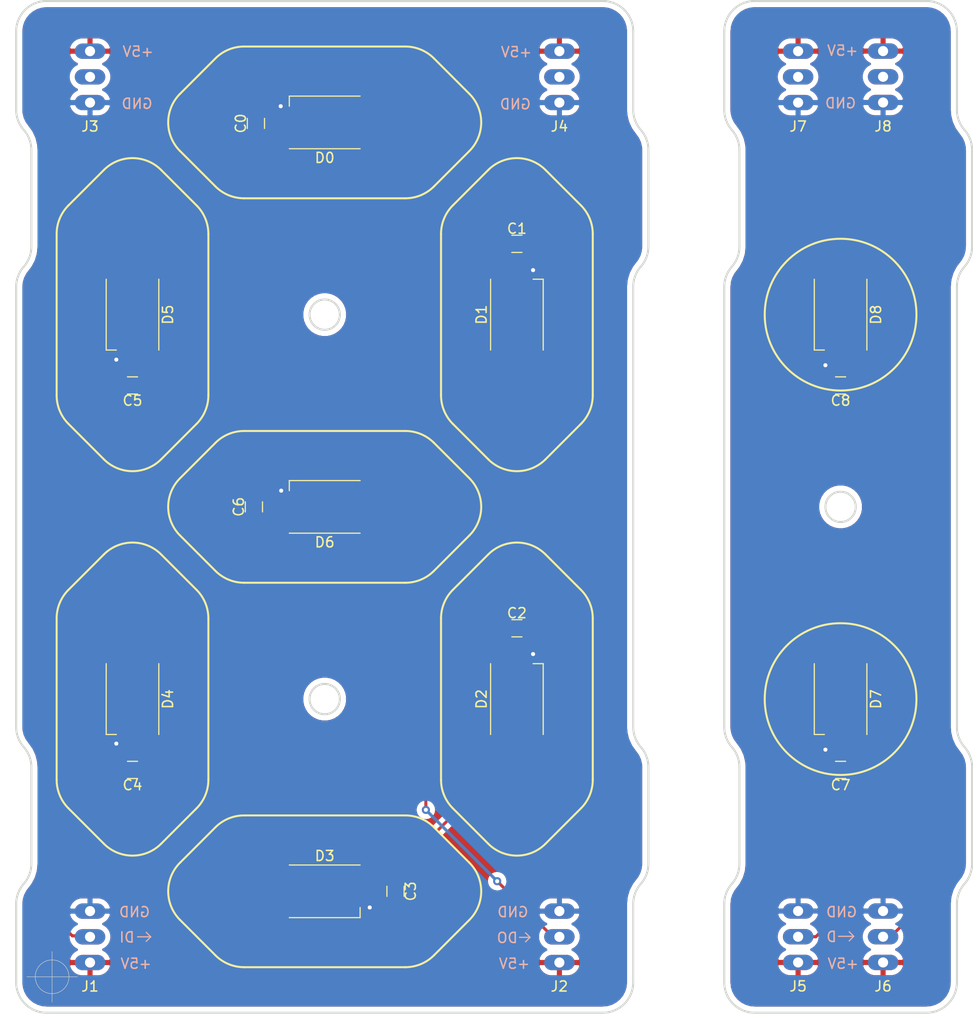
<source format=kicad_pcb>
(kicad_pcb (version 20171130) (host pcbnew "(5.1.4)-1")
  (layers (0 F.Cu signal) (31 B.Cu signal) (34 B.Paste user) (35 F.Paste user) (36 B.SilkS user) (37 F.SilkS user) (38 B.Mask user) (39 F.Mask user) (44 Edge.Cuts user))
  (net 0 "")
  (net 1 GND)
  (net 2 +5V)
  (net 3 "Net-(D0-Pad2)")
  (net 4 "Net-(D0-Pad4)")
  (net 5 "Net-(D1-Pad2)")
  (net 6 "Net-(D2-Pad2)")
  (net 7 "Net-(D3-Pad2)")
  (net 8 "Net-(D4-Pad2)")
  (net 9 "Net-(D5-Pad2)")
  (net 10 "Net-(D6-Pad2)")
  (net 11 "Net-(J3-Pad2)")
  (net 12 "Net-(J4-Pad2)")
  (net 13 "Net-(D7-Pad4)")
  (net 14 "Net-(D7-Pad2)")
  (net 15 "Net-(D8-Pad2)")
  (net 16 "Net-(J7-Pad2)")
  (net 17 "Net-(J8-Pad2)")
  (module "7-Segment Lib:Header3Pin_03" (layer F.Cu) (at 105.2 56.5 180)
    (fp_text reference J4 (at 0 -4.9) (layer F.SilkS))
    (fp_text value 3Pin_Male)
    (pad 3 thru_hole oval (at 0 2.54 90) (size 1.51 3.01) (drill 1) (layers *.Cu *.Mask) (net 2 +5V))
    (pad 2 thru_hole oval (at 0 0 90) (size 1.51 3.01) (drill 1) (layers *.Cu *.Mask) (net 12 "Net-(J4-Pad2)"))
    (pad 1 thru_hole oval (at 0 -2.54 90) (size 1.51 3.01) (drill 1) (layers *.Cu *.Mask) (net 1 GND))
  )
  (module "7-Segment Lib:Header3Pin_03" (layer F.Cu) (at 58.8 141.5 180)
    (fp_text reference J1 (at 0 -4.9) (layer F.SilkS))
    (fp_text value 3Pin_Fem)
    (pad 1 thru_hole oval (at 0 -2.54 90) (size 1.51 3.01) (drill 1) (layers *.Cu *.Mask) (net 2 +5V))
    (pad 2 thru_hole oval (at 0 0 90) (size 1.51 3.01) (drill 1) (layers *.Cu *.Mask) (net 4 "Net-(D0-Pad4)"))
    (pad 3 thru_hole oval (at 0 2.54 90) (size 1.51 3.01) (drill 1) (layers *.Cu *.Mask) (net 1 GND))
  )
  (module "7-Segment Lib:Header3Pin_03" (layer F.Cu) (at 105.2 141.5 180)
    (fp_text reference J2 (at 0 -4.9) (layer F.SilkS))
    (fp_text value 3Pin_Male)
    (pad 3 thru_hole oval (at 0 2.54 90) (size 1.51 3.01) (drill 1) (layers *.Cu *.Mask) (net 1 GND))
    (pad 2 thru_hole oval (at 0 0 90) (size 1.51 3.01) (drill 1) (layers *.Cu *.Mask) (net 10 "Net-(D6-Pad2)"))
    (pad 1 thru_hole oval (at 0 -2.54 90) (size 1.51 3.01) (drill 1) (layers *.Cu *.Mask) (net 2 +5V))
  )
  (module "7-Segment Lib:Header3Pin_03" (layer F.Cu) (at 58.8 56.5 180)
    (fp_text reference J3 (at 0 -4.9) (layer F.SilkS))
    (fp_text value 3Pin_Fem)
    (pad 1 thru_hole oval (at 0 -2.54 90) (size 1.51 3.01) (drill 1) (layers *.Cu *.Mask) (net 1 GND))
    (pad 2 thru_hole oval (at 0 0 90) (size 1.51 3.01) (drill 1) (layers *.Cu *.Mask) (net 11 "Net-(J3-Pad2)"))
    (pad 3 thru_hole oval (at 0 2.54 90) (size 1.51 3.01) (drill 1) (layers *.Cu *.Mask) (net 2 +5V))
  )
  (module Capacitors_SMD:C_0805 (layer F.Cu) (at 101 73)
    (fp_text reference C1 (at 0 -1.5) (layer F.SilkS))
    (fp_text value C_Small)
    (fp_line (start 0.5 -0.85) (end -0.5 -0.85) (layer F.SilkS) (width 0.12))
    (fp_line (start -0.5 0.85) (end 0.5 0.85) (layer F.SilkS) (width 0.12))
    (pad 1 smd rect (at -1 0) (size 1 1.25) (layers F.Cu F.Paste F.Mask) (net 2 +5V))
    (pad 2 smd rect (at 1 0) (size 1 1.25) (layers F.Cu F.Paste F.Mask) (net 1 GND))
  )
  (module Capacitors_SMD:C_0805 (layer F.Cu) (at 101 111)
    (fp_text reference C2 (at 0 -1.5) (layer F.SilkS))
    (fp_text value C_Small)
    (fp_line (start -0.5 0.85) (end 0.5 0.85) (layer F.SilkS) (width 0.12))
    (fp_line (start 0.5 -0.85) (end -0.5 -0.85) (layer F.SilkS) (width 0.12))
    (pad 2 smd rect (at 1 0) (size 1 1.25) (layers F.Cu F.Paste F.Mask) (net 1 GND))
    (pad 1 smd rect (at -1 0) (size 1 1.25) (layers F.Cu F.Paste F.Mask) (net 2 +5V))
  )
  (module Capacitors_SMD:C_0805 (layer F.Cu) (at 89 137 270)
    (fp_text reference C3 (at 0 -1.5 90) (layer F.SilkS))
    (fp_text value C_Small)
    (fp_line (start 0.5 -0.85) (end -0.5 -0.85) (layer F.SilkS) (width 0.12))
    (fp_line (start -0.5 0.85) (end 0.5 0.85) (layer F.SilkS) (width 0.12))
    (pad 1 smd rect (at -1 0 270) (size 1 1.25) (layers F.Cu F.Paste F.Mask) (net 2 +5V))
    (pad 2 smd rect (at 1 0 270) (size 1 1.25) (layers F.Cu F.Paste F.Mask) (net 1 GND))
  )
  (module Capacitors_SMD:C_0805 (layer F.Cu) (at 75 99 90)
    (fp_text reference C6 (at 0 -1.5 90) (layer F.SilkS))
    (fp_text value C_Small)
    (fp_line (start 0.5 -0.85) (end -0.5 -0.85) (layer F.SilkS) (width 0.12))
    (fp_line (start -0.5 0.85) (end 0.5 0.85) (layer F.SilkS) (width 0.12))
    (pad 1 smd rect (at -1 0 90) (size 1 1.25) (layers F.Cu F.Paste F.Mask) (net 2 +5V))
    (pad 2 smd rect (at 1 0 90) (size 1 1.25) (layers F.Cu F.Paste F.Mask) (net 1 GND))
  )
  (module Capacitors_SMD:C_0805 (layer F.Cu) (at 75.2 61.1 90)
    (fp_text reference C0 (at 0 -1.5 90) (layer F.SilkS))
    (fp_text value C_Small)
    (fp_line (start -0.5 0.85) (end 0.5 0.85) (layer F.SilkS) (width 0.12))
    (fp_line (start 0.5 -0.85) (end -0.5 -0.85) (layer F.SilkS) (width 0.12))
    (pad 2 smd rect (at 1 0 90) (size 1 1.25) (layers F.Cu F.Paste F.Mask) (net 1 GND))
    (pad 1 smd rect (at -1 0 90) (size 1 1.25) (layers F.Cu F.Paste F.Mask) (net 2 +5V))
  )
  (module Capacitors_SMD:C_0805 (layer F.Cu) (at 63 125 180)
    (fp_text reference C4 (at 0 -1.5) (layer F.SilkS))
    (fp_text value C_Small)
    (fp_line (start -0.5 0.85) (end 0.5 0.85) (layer F.SilkS) (width 0.12))
    (fp_line (start 0.5 -0.85) (end -0.5 -0.85) (layer F.SilkS) (width 0.12))
    (pad 2 smd rect (at 1 0 180) (size 1 1.25) (layers F.Cu F.Paste F.Mask) (net 1 GND))
    (pad 1 smd rect (at -1 0 180) (size 1 1.25) (layers F.Cu F.Paste F.Mask) (net 2 +5V))
  )
  (module Capacitors_SMD:C_0805 (layer F.Cu) (at 63 87 180)
    (fp_text reference C5 (at 0 -1.5) (layer F.SilkS))
    (fp_text value C_Small)
    (fp_line (start -0.5 0.85) (end 0.5 0.85) (layer F.SilkS) (width 0.12))
    (fp_line (start 0.5 -0.85) (end -0.5 -0.85) (layer F.SilkS) (width 0.12))
    (pad 2 smd rect (at 1 0 180) (size 1 1.25) (layers F.Cu F.Paste F.Mask) (net 1 GND))
    (pad 1 smd rect (at -1 0 180) (size 1 1.25) (layers F.Cu F.Paste F.Mask) (net 2 +5V))
  )
  (module LEDs:LED_WS2812B-PLCC4 (layer F.Cu) (at 82 61 180)
    (fp_text reference D0 (at 0 -3.5) (layer F.SilkS))
    (fp_text value WS2812B)
    (fp_line (start 3.5 2.6) (end 3.5 1.6) (layer F.SilkS) (width 0.12))
    (fp_line (start -3.5 2.6) (end 3.5 2.6) (layer F.SilkS) (width 0.12))
    (fp_line (start -3.5 -2.6) (end 3.5 -2.6) (layer F.SilkS) (width 0.12))
    (pad 1 smd rect (at -2.5 -1.6 180) (size 1.6 1) (layers F.Cu F.Paste F.Mask) (net 2 +5V))
    (pad 2 smd rect (at -2.5 1.6 180) (size 1.6 1) (layers F.Cu F.Paste F.Mask) (net 3 "Net-(D0-Pad2)"))
    (pad 4 smd rect (at 2.5 -1.6 180) (size 1.6 1) (layers F.Cu F.Paste F.Mask) (net 4 "Net-(D0-Pad4)"))
    (pad 3 smd rect (at 2.5 1.6 180) (size 1.6 1) (layers F.Cu F.Paste F.Mask) (net 1 GND))
  )
  (module LEDs:LED_WS2812B-PLCC4 (layer F.Cu) (at 101 80 90)
    (fp_text reference D1 (at 0 -3.5 90) (layer F.SilkS))
    (fp_text value WS2812B)
    (fp_line (start 3.5 2.6) (end 3.5 1.6) (layer F.SilkS) (width 0.12))
    (fp_line (start -3.5 2.6) (end 3.5 2.6) (layer F.SilkS) (width 0.12))
    (fp_line (start -3.5 -2.6) (end 3.5 -2.6) (layer F.SilkS) (width 0.12))
    (pad 1 smd rect (at -2.5 -1.6 90) (size 1.6 1) (layers F.Cu F.Paste F.Mask) (net 2 +5V))
    (pad 2 smd rect (at -2.5 1.6 90) (size 1.6 1) (layers F.Cu F.Paste F.Mask) (net 5 "Net-(D1-Pad2)"))
    (pad 4 smd rect (at 2.5 -1.6 90) (size 1.6 1) (layers F.Cu F.Paste F.Mask) (net 3 "Net-(D0-Pad2)"))
    (pad 3 smd rect (at 2.5 1.6 90) (size 1.6 1) (layers F.Cu F.Paste F.Mask) (net 1 GND))
  )
  (module LEDs:LED_WS2812B-PLCC4 (layer F.Cu) (at 82 137)
    (fp_text reference D3 (at 0 -3.5) (layer F.SilkS))
    (fp_text value WS2812B)
    (fp_line (start 3.5 2.6) (end 3.5 1.6) (layer F.SilkS) (width 0.12))
    (fp_line (start -3.5 2.6) (end 3.5 2.6) (layer F.SilkS) (width 0.12))
    (fp_line (start -3.5 -2.6) (end 3.5 -2.6) (layer F.SilkS) (width 0.12))
    (pad 1 smd rect (at -2.5 -1.6) (size 1.6 1) (layers F.Cu F.Paste F.Mask) (net 2 +5V))
    (pad 2 smd rect (at -2.5 1.6) (size 1.6 1) (layers F.Cu F.Paste F.Mask) (net 7 "Net-(D3-Pad2)"))
    (pad 4 smd rect (at 2.5 -1.6) (size 1.6 1) (layers F.Cu F.Paste F.Mask) (net 6 "Net-(D2-Pad2)"))
    (pad 3 smd rect (at 2.5 1.6) (size 1.6 1) (layers F.Cu F.Paste F.Mask) (net 1 GND))
  )
  (module LEDs:LED_WS2812B-PLCC4 (layer F.Cu) (at 63 118 270)
    (fp_text reference D4 (at 0 -3.5 90) (layer F.SilkS))
    (fp_text value WS2812B)
    (fp_line (start -3.5 -2.6) (end 3.5 -2.6) (layer F.SilkS) (width 0.12))
    (fp_line (start -3.5 2.6) (end 3.5 2.6) (layer F.SilkS) (width 0.12))
    (fp_line (start 3.5 2.6) (end 3.5 1.6) (layer F.SilkS) (width 0.12))
    (pad 3 smd rect (at 2.5 1.6 270) (size 1.6 1) (layers F.Cu F.Paste F.Mask) (net 1 GND))
    (pad 4 smd rect (at 2.5 -1.6 270) (size 1.6 1) (layers F.Cu F.Paste F.Mask) (net 7 "Net-(D3-Pad2)"))
    (pad 2 smd rect (at -2.5 1.6 270) (size 1.6 1) (layers F.Cu F.Paste F.Mask) (net 8 "Net-(D4-Pad2)"))
    (pad 1 smd rect (at -2.5 -1.6 270) (size 1.6 1) (layers F.Cu F.Paste F.Mask) (net 2 +5V))
  )
  (module LEDs:LED_WS2812B-PLCC4 (layer F.Cu) (at 63 80 270)
    (fp_text reference D5 (at 0 -3.5 90) (layer F.SilkS))
    (fp_text value WS2812B)
    (fp_line (start -3.5 -2.6) (end 3.5 -2.6) (layer F.SilkS) (width 0.12))
    (fp_line (start -3.5 2.6) (end 3.5 2.6) (layer F.SilkS) (width 0.12))
    (fp_line (start 3.5 2.6) (end 3.5 1.6) (layer F.SilkS) (width 0.12))
    (pad 3 smd rect (at 2.5 1.6 270) (size 1.6 1) (layers F.Cu F.Paste F.Mask) (net 1 GND))
    (pad 4 smd rect (at 2.5 -1.6 270) (size 1.6 1) (layers F.Cu F.Paste F.Mask) (net 8 "Net-(D4-Pad2)"))
    (pad 2 smd rect (at -2.5 1.6 270) (size 1.6 1) (layers F.Cu F.Paste F.Mask) (net 9 "Net-(D5-Pad2)"))
    (pad 1 smd rect (at -2.5 -1.6 270) (size 1.6 1) (layers F.Cu F.Paste F.Mask) (net 2 +5V))
  )
  (module LEDs:LED_WS2812B-PLCC4 (layer F.Cu) (at 82 99 180)
    (fp_text reference D6 (at 0 -3.5) (layer F.SilkS))
    (fp_text value WS2812B)
    (fp_line (start 3.5 2.6) (end 3.5 1.6) (layer F.SilkS) (width 0.12))
    (fp_line (start -3.5 2.6) (end 3.5 2.6) (layer F.SilkS) (width 0.12))
    (fp_line (start -3.5 -2.6) (end 3.5 -2.6) (layer F.SilkS) (width 0.12))
    (pad 1 smd rect (at -2.5 -1.6 180) (size 1.6 1) (layers F.Cu F.Paste F.Mask) (net 2 +5V))
    (pad 2 smd rect (at -2.5 1.6 180) (size 1.6 1) (layers F.Cu F.Paste F.Mask) (net 10 "Net-(D6-Pad2)"))
    (pad 4 smd rect (at 2.5 -1.6 180) (size 1.6 1) (layers F.Cu F.Paste F.Mask) (net 9 "Net-(D5-Pad2)"))
    (pad 3 smd rect (at 2.5 1.6 180) (size 1.6 1) (layers F.Cu F.Paste F.Mask) (net 1 GND))
  )
  (module LEDs:LED_WS2812B-PLCC4 (layer F.Cu) (at 101 118 90)
    (fp_text reference D2 (at 0 -3.5 90) (layer F.SilkS))
    (fp_text value WS2812B)
    (fp_line (start -3.5 -2.6) (end 3.5 -2.6) (layer F.SilkS) (width 0.12))
    (fp_line (start -3.5 2.6) (end 3.5 2.6) (layer F.SilkS) (width 0.12))
    (fp_line (start 3.5 2.6) (end 3.5 1.6) (layer F.SilkS) (width 0.12))
    (pad 3 smd rect (at 2.5 1.6 90) (size 1.6 1) (layers F.Cu F.Paste F.Mask) (net 1 GND))
    (pad 4 smd rect (at 2.5 -1.6 90) (size 1.6 1) (layers F.Cu F.Paste F.Mask) (net 5 "Net-(D1-Pad2)"))
    (pad 2 smd rect (at -2.5 1.6 90) (size 1.6 1) (layers F.Cu F.Paste F.Mask) (net 6 "Net-(D2-Pad2)"))
    (pad 1 smd rect (at -2.5 -1.6 90) (size 1.6 1) (layers F.Cu F.Paste F.Mask) (net 2 +5V))
  )
  (module "7-Segment Lib:Header3Pin_03" (layer F.Cu) (at 137.2 56.49 180)
    (fp_text reference J8 (at 0 -4.9) (layer F.SilkS))
    (fp_text value 3Pin_Male)
    (pad 3 thru_hole oval (at 0 2.54 90) (size 1.51 3.01) (drill 1) (layers *.Cu *.Mask) (net 2 +5V))
    (pad 2 thru_hole oval (at 0 0 90) (size 1.51 3.01) (drill 1) (layers *.Cu *.Mask) (net 17 "Net-(J8-Pad2)"))
    (pad 1 thru_hole oval (at 0 -2.54 90) (size 1.51 3.01) (drill 1) (layers *.Cu *.Mask) (net 1 GND))
  )
  (module Capacitors_SMD:C_0805 (layer F.Cu) (at 133 125 180)
    (fp_text reference C7 (at 0 -1.5) (layer F.SilkS))
    (fp_text value C_Small)
    (fp_line (start 0.5 -0.85) (end -0.5 -0.85) (layer F.SilkS) (width 0.12))
    (fp_line (start -0.5 0.85) (end 0.5 0.85) (layer F.SilkS) (width 0.12))
    (pad 1 smd rect (at -1 0 180) (size 1 1.25) (layers F.Cu F.Paste F.Mask) (net 2 +5V))
    (pad 2 smd rect (at 1 0 180) (size 1 1.25) (layers F.Cu F.Paste F.Mask) (net 1 GND))
  )
  (module Capacitors_SMD:C_0805 (layer F.Cu) (at 133 87 180)
    (fp_text reference C8 (at 0 -1.5) (layer F.SilkS))
    (fp_text value C_Small)
    (fp_line (start -0.5 0.85) (end 0.5 0.85) (layer F.SilkS) (width 0.12))
    (fp_line (start 0.5 -0.85) (end -0.5 -0.85) (layer F.SilkS) (width 0.12))
    (pad 2 smd rect (at 1 0 180) (size 1 1.25) (layers F.Cu F.Paste F.Mask) (net 1 GND))
    (pad 1 smd rect (at -1 0 180) (size 1 1.25) (layers F.Cu F.Paste F.Mask) (net 2 +5V))
  )
  (module LEDs:LED_WS2812B-PLCC4 (layer F.Cu) (at 133 118 270)
    (fp_text reference D7 (at 0 -3.5 90) (layer F.SilkS))
    (fp_text value WS2812B)
    (fp_line (start -3.5 -2.6) (end 3.5 -2.6) (layer F.SilkS) (width 0.12))
    (fp_line (start -3.5 2.6) (end 3.5 2.6) (layer F.SilkS) (width 0.12))
    (fp_line (start 3.5 2.6) (end 3.5 1.6) (layer F.SilkS) (width 0.12))
    (pad 3 smd rect (at 2.5 1.6 270) (size 1.6 1) (layers F.Cu F.Paste F.Mask) (net 1 GND))
    (pad 4 smd rect (at 2.5 -1.6 270) (size 1.6 1) (layers F.Cu F.Paste F.Mask) (net 13 "Net-(D7-Pad4)"))
    (pad 2 smd rect (at -2.5 1.6 270) (size 1.6 1) (layers F.Cu F.Paste F.Mask) (net 14 "Net-(D7-Pad2)"))
    (pad 1 smd rect (at -2.5 -1.6 270) (size 1.6 1) (layers F.Cu F.Paste F.Mask) (net 2 +5V))
  )
  (module LEDs:LED_WS2812B-PLCC4 (layer F.Cu) (at 133 80 270)
    (fp_text reference D8 (at 0 -3.5 90) (layer F.SilkS))
    (fp_text value WS2812B)
    (fp_line (start 3.5 2.6) (end 3.5 1.6) (layer F.SilkS) (width 0.12))
    (fp_line (start -3.5 2.6) (end 3.5 2.6) (layer F.SilkS) (width 0.12))
    (fp_line (start -3.5 -2.6) (end 3.5 -2.6) (layer F.SilkS) (width 0.12))
    (pad 1 smd rect (at -2.5 -1.6 270) (size 1.6 1) (layers F.Cu F.Paste F.Mask) (net 2 +5V))
    (pad 2 smd rect (at -2.5 1.6 270) (size 1.6 1) (layers F.Cu F.Paste F.Mask) (net 15 "Net-(D8-Pad2)"))
    (pad 4 smd rect (at 2.5 -1.6 270) (size 1.6 1) (layers F.Cu F.Paste F.Mask) (net 14 "Net-(D7-Pad2)"))
    (pad 3 smd rect (at 2.5 1.6 270) (size 1.6 1) (layers F.Cu F.Paste F.Mask) (net 1 GND))
  )
  (module "7-Segment Lib:Header3Pin_03" (layer F.Cu) (at 128.8 56.5 180)
    (fp_text reference J7 (at 0 -4.9) (layer F.SilkS))
    (fp_text value 3Pin_Fem)
    (pad 1 thru_hole oval (at 0 -2.54 90) (size 1.51 3.01) (drill 1) (layers *.Cu *.Mask) (net 1 GND))
    (pad 2 thru_hole oval (at 0 0 90) (size 1.51 3.01) (drill 1) (layers *.Cu *.Mask) (net 16 "Net-(J7-Pad2)"))
    (pad 3 thru_hole oval (at 0 2.54 90) (size 1.51 3.01) (drill 1) (layers *.Cu *.Mask) (net 2 +5V))
  )
  (module "7-Segment Lib:Header3Pin_03" (layer F.Cu) (at 128.8 141.49 180)
    (fp_text reference J5 (at 0 -4.9) (layer F.SilkS))
    (fp_text value 3Pin_Fem)
    (pad 1 thru_hole oval (at 0 -2.54 90) (size 1.51 3.01) (drill 1) (layers *.Cu *.Mask) (net 2 +5V))
    (pad 2 thru_hole oval (at 0 0 90) (size 1.51 3.01) (drill 1) (layers *.Cu *.Mask) (net 13 "Net-(D7-Pad4)"))
    (pad 3 thru_hole oval (at 0 2.54 90) (size 1.51 3.01) (drill 1) (layers *.Cu *.Mask) (net 1 GND))
  )
  (module "7-Segment Lib:Header3Pin_03" (layer F.Cu) (at 137.2 141.49 180)
    (fp_text reference J6 (at 0 -4.9) (layer F.SilkS))
    (fp_text value 3Pin_Male)
    (pad 3 thru_hole oval (at 0 2.54 90) (size 1.51 3.01) (drill 1) (layers *.Cu *.Mask) (net 1 GND))
    (pad 2 thru_hole oval (at 0 0 90) (size 1.51 3.01) (drill 1) (layers *.Cu *.Mask) (net 15 "Net-(D8-Pad2)"))
    (pad 1 thru_hole oval (at 0 -2.54 90) (size 1.51 3.01) (drill 1) (layers *.Cu *.Mask) (net 2 +5V))
  )
  (gr_arc (start 66.499999 125.971826) (end 69.328427 128.800253) (angle -45) (layer F.SilkS) (width 0.2))
  (gr_line (start 56.671572 107.199748) (end 60.171572 103.699748) (layer F.SilkS) (width 0.2))
  (gr_arc (start 59.499999 110.028175) (end 56.671572 107.199748) (angle -45) (layer F.SilkS) (width 0.2))
  (gr_arc (start 62.999999 129.471826) (end 60.171572 132.300253) (angle -90) (layer F.SilkS) (width 0.2))
  (gr_arc (start 66.499999 110.028175) (end 70.499999 110.028175) (angle -45) (layer F.SilkS) (width 0.2))
  (gr_line (start 70.499999 110.028175) (end 70.499999 125.971826) (layer F.SilkS) (width 0.2))
  (gr_line (start 65.828427 103.699748) (end 69.328427 107.199748) (layer F.SilkS) (width 0.2))
  (gr_line (start 69.328427 128.800253) (end 65.828427 132.300253) (layer F.SilkS) (width 0.2))
  (gr_circle (center 82 118) (end 83.5 118) (layer Edge.Cuts) (width 0.2))
  (gr_arc (start 62.999999 106.528175) (end 65.828427 103.699748) (angle -90) (layer F.SilkS) (width 0.2))
  (gr_circle (center 82 80) (end 83.5 80) (layer Edge.Cuts) (width 0.2))
  (gr_line (start 63.5 141.5) (end 64.8 141.5) (layer B.SilkS) (width 0.12))
  (gr_line (start 64.8 141.5) (end 64.35 141.95) (layer B.SilkS) (width 0.12))
  (gr_line (start 102.3 141.55) (end 101.85 141.1) (layer B.SilkS) (width 0.12))
  (gr_line (start 102.3 141.55) (end 101.85 142) (layer B.SilkS) (width 0.12))
  (gr_line (start 101.25 141.55) (end 102.3 141.55) (layer B.SilkS) (width 0.12))
  (gr_line (start 64.8 141.5) (end 64.35 141.05) (layer B.SilkS) (width 0.12))
  (gr_line (start 96.300252 58.171573) (end 92.800252 54.671573) (layer F.SilkS) (width 0.2))
  (gr_arc (start 54.499999 138.242641) (end 52.25 136.258328) (angle -41.40962211) (layer Edge.Cuts) (width 0.2))
  (gr_arc (start 111 124.725987) (end 114 124.725987) (angle -41.40962211) (layer Edge.Cuts) (width 0.2))
  (gr_line (start 53 124.725987) (end 53 134.274014) (layer Edge.Cuts) (width 0.2))
  (gr_arc (start 50 134.274014) (end 52.25 136.258328) (angle -41.40962211) (layer Edge.Cuts) (width 0.2))
  (gr_arc (start 109.5 146) (end 109.5 149) (angle -90) (layer Edge.Cuts) (width 0.2))
  (gr_arc (start 50 124.725987) (end 53 124.725987) (angle -41.40962211) (layer Edge.Cuts) (width 0.2))
  (gr_arc (start 54.5 146) (end 51.5 146) (angle -90) (layer Edge.Cuts) (width 0.2))
  (gr_line (start 51.5 77.242641) (end 51.5 120.75736) (layer Edge.Cuts) (width 0.2))
  (gr_line (start 71.199747 54.671573) (end 67.699747 58.171573) (layer F.SilkS) (width 0.2))
  (gr_line (start 89.971825 53.500001) (end 74.028174 53.500001) (layer F.SilkS) (width 0.2))
  (gr_line (start 51.5 138.242641) (end 51.5 146) (layer Edge.Cuts) (width 0.2))
  (gr_line (start 114 134.274014) (end 114 124.725987) (layer Edge.Cuts) (width 0.2))
  (gr_line (start 112.5 146) (end 112.5 138.242641) (layer Edge.Cuts) (width 0.2))
  (gr_arc (start 54.499999 120.75736) (end 51.5 120.75736) (angle -41.40962211) (layer Edge.Cuts) (width 0.2))
  (gr_arc (start 70.528174 61.000001) (end 67.699747 58.171573) (angle -90) (layer F.SilkS) (width 0.2))
  (gr_arc (start 74.028174 57.500001) (end 74.028174 53.500001) (angle -45) (layer F.SilkS) (width 0.2))
  (gr_arc (start 89.971825 57.500001) (end 92.800252 54.671573) (angle -45) (layer F.SilkS) (width 0.2))
  (gr_arc (start 115.5 120.75736) (end 112.5 120.75736) (angle -41.40962211) (layer Edge.Cuts) (width 0.2))
  (gr_line (start 112.5 120.75736) (end 112.5 77.242641) (layer Edge.Cuts) (width 0.2))
  (gr_arc (start 111 134.274014) (end 113.25 136.258328) (angle -41.40962211) (layer Edge.Cuts) (width 0.2))
  (gr_arc (start 115.499999 138.242641) (end 113.25 136.258328) (angle -41.40962211) (layer Edge.Cuts) (width 0.2))
  (gr_line (start 54.5 149) (end 109.5 149) (layer Edge.Cuts) (width 0.2))
  (gr_text GND (at 63.2 139.05) (layer B.SilkS) (effects (font (size 1 1)) (justify mirror)))
  (gr_text +5V (at 63.35 144.15) (layer B.SilkS) (effects (font (size 1 1)) (justify mirror)))
  (gr_text DO (at 100.05 141.6) (layer B.SilkS) (effects (font (size 1 1)) (justify mirror)))
  (gr_text +5V (at 100.75 144.15) (layer B.SilkS) (effects (font (size 1 1)) (justify mirror)))
  (gr_text GND (at 100.85 59.2) (layer B.SilkS) (effects (font (size 1 1)) (justify mirror)))
  (gr_text DI (at 62.45 141.55) (layer B.SilkS) (effects (font (size 1 1)) (justify mirror)))
  (gr_text +5V (at 63.55 54) (layer B.SilkS) (effects (font (size 1 1)) (justify mirror)))
  (gr_text GND (at 100.6 139.05) (layer B.SilkS) (effects (font (size 1 1)) (justify mirror)))
  (gr_text GND (at 63.45 59.15) (layer B.SilkS) (effects (font (size 1 1)) (justify mirror)))
  (gr_text +5V (at 100.95 54.05) (layer B.SilkS) (effects (font (size 1 1)) (justify mirror)))
  (target plus (at 55.05 145.45) (size 5) (width 0.05) (layer Edge.Cuts))
  (gr_arc (start 74.028174 64.500001) (end 71.199747 67.328428) (angle -45) (layer F.SilkS) (width 0.2))
  (gr_arc (start 97.499999 87.971826) (end 93.5 87.971826) (angle -45) (layer F.SilkS) (width 0.2))
  (gr_arc (start 100.999999 91.471826) (end 98.171572 94.300253) (angle -90) (layer F.SilkS) (width 0.2))
  (gr_line (start 96.300252 101.828428) (end 92.800252 105.328428) (layer F.SilkS) (width 0.2))
  (gr_line (start 89.971825 106.5) (end 74.028174 106.5) (layer F.SilkS) (width 0.2))
  (gr_line (start 94.671572 69.199748) (end 98.171572 65.699748) (layer F.SilkS) (width 0.2))
  (gr_arc (start 104.5 87.971826) (end 107.328427 90.800253) (angle -45) (layer F.SilkS) (width 0.2))
  (gr_line (start 103.828427 65.699748) (end 107.328427 69.199748) (layer F.SilkS) (width 0.2))
  (gr_arc (start 93.471825 61.000001) (end 96.300252 63.828428) (angle -90) (layer F.SilkS) (width 0.2))
  (gr_line (start 98.171572 94.300253) (end 94.671572 90.800253) (layer F.SilkS) (width 0.2))
  (gr_arc (start 89.971825 64.500001) (end 89.971825 68.500001) (angle -45) (layer F.SilkS) (width 0.2))
  (gr_line (start 74.028174 68.500001) (end 89.971825 68.500001) (layer F.SilkS) (width 0.2))
  (gr_line (start 107.328427 90.800253) (end 103.828427 94.300253) (layer F.SilkS) (width 0.2))
  (gr_line (start 67.699747 63.828428) (end 71.199747 67.328428) (layer F.SilkS) (width 0.2))
  (gr_line (start 93.5 87.971826) (end 93.5 72.028175) (layer F.SilkS) (width 0.2))
  (gr_line (start 108.5 72.028175) (end 108.5 87.971826) (layer F.SilkS) (width 0.2))
  (gr_arc (start 104.5 72.028175) (end 108.5 72.028175) (angle -45) (layer F.SilkS) (width 0.2))
  (gr_arc (start 89.971825 102.5) (end 89.971825 106.5) (angle -45) (layer F.SilkS) (width 0.2))
  (gr_arc (start 97.5 72.028175) (end 94.671572 69.199748) (angle -45) (layer F.SilkS) (width 0.2))
  (gr_line (start 71.199747 105.328428) (end 67.699747 101.828428) (layer F.SilkS) (width 0.2))
  (gr_arc (start 100.999999 68.528175) (end 103.828427 65.699748) (angle -90) (layer F.SilkS) (width 0.2))
  (gr_arc (start 74.028174 102.5) (end 71.199747 105.328428) (angle -45) (layer F.SilkS) (width 0.2))
  (gr_line (start 92.800252 67.328428) (end 96.300252 63.828428) (layer F.SilkS) (width 0.2))
  (gr_line (start 103.828427 132.300253) (end 107.328427 128.800253) (layer F.SilkS) (width 0.2))
  (gr_line (start 94.671572 128.800253) (end 98.171572 132.300253) (layer F.SilkS) (width 0.2))
  (gr_line (start 93.5 110.028175) (end 93.5 125.971826) (layer F.SilkS) (width 0.2))
  (gr_arc (start 100.999999 106.528175) (end 103.828427 103.699748) (angle -90) (layer F.SilkS) (width 0.2))
  (gr_arc (start 93.471825 137.000001) (end 96.300252 139.828428) (angle -90) (layer F.SilkS) (width 0.2))
  (gr_arc (start 97.5 125.971826) (end 93.5 125.971826) (angle -45) (layer F.SilkS) (width 0.2))
  (gr_line (start 60.171572 132.300253) (end 56.671572 128.800253) (layer F.SilkS) (width 0.2))
  (gr_arc (start 100.999999 129.471826) (end 98.171572 132.300253) (angle -90) (layer F.SilkS) (width 0.2))
  (gr_line (start 92.800252 130.671573) (end 96.300252 134.171573) (layer F.SilkS) (width 0.2))
  (gr_arc (start 104.5 110.028175) (end 108.5 110.028175) (angle -45) (layer F.SilkS) (width 0.2))
  (gr_line (start 74.028174 129.5) (end 89.971825 129.5) (layer F.SilkS) (width 0.2))
  (gr_arc (start 74.028174 133.5) (end 74.028174 129.5) (angle -45) (layer F.SilkS) (width 0.2))
  (gr_arc (start 104.5 125.971826) (end 107.328427 128.800253) (angle -45) (layer F.SilkS) (width 0.2))
  (gr_arc (start 97.499999 110.028175) (end 94.671572 107.199748) (angle -45) (layer F.SilkS) (width 0.2))
  (gr_line (start 108.5 125.971826) (end 108.5 110.028175) (layer F.SilkS) (width 0.2))
  (gr_line (start 55.499999 125.971826) (end 55.499999 110.028175) (layer F.SilkS) (width 0.2))
  (gr_arc (start 59.499999 125.971826) (end 55.499999 125.971826) (angle -45) (layer F.SilkS) (width 0.2))
  (gr_line (start 98.171572 103.699748) (end 94.671572 107.199748) (layer F.SilkS) (width 0.2))
  (gr_line (start 107.328427 107.199748) (end 103.828427 103.699748) (layer F.SilkS) (width 0.2))
  (gr_arc (start 89.971825 133.500001) (end 92.800252 130.671573) (angle -45) (layer F.SilkS) (width 0.2))
  (gr_arc (start 70.528174 137.000001) (end 67.699747 134.171573) (angle -90) (layer F.SilkS) (width 0.2))
  (gr_line (start 67.699747 134.171573) (end 71.199747 130.671573) (layer F.SilkS) (width 0.2))
  (gr_line (start 71.199747 143.328428) (end 67.699747 139.828428) (layer F.SilkS) (width 0.2))
  (gr_line (start 67.699747 96.171573) (end 71.199747 92.671573) (layer F.SilkS) (width 0.2))
  (gr_arc (start 70.528174 99) (end 67.699747 96.171573) (angle -90) (layer F.SilkS) (width 0.2))
  (gr_arc (start 62.999999 68.528175) (end 65.828427 65.699748) (angle -90) (layer F.SilkS) (width 0.2))
  (gr_arc (start 59.499999 87.971826) (end 55.499999 87.971826) (angle -45) (layer F.SilkS) (width 0.2))
  (gr_arc (start 89.971825 95.5) (end 92.800252 92.671573) (angle -45) (layer F.SilkS) (width 0.2))
  (gr_arc (start 74.028174 140.500001) (end 71.199747 143.328428) (angle -45) (layer F.SilkS) (width 0.2))
  (gr_arc (start 66.499999 72.028175) (end 70.499999 72.028175) (angle -45) (layer F.SilkS) (width 0.2))
  (gr_line (start 69.328427 69.199748) (end 65.828427 65.699748) (layer F.SilkS) (width 0.2))
  (gr_arc (start 66.499999 87.971826) (end 69.328427 90.800253) (angle -45) (layer F.SilkS) (width 0.2))
  (gr_arc (start 62.999999 91.471826) (end 60.171572 94.300253) (angle -90) (layer F.SilkS) (width 0.2))
  (gr_arc (start 89.971825 140.500001) (end 89.971825 144.5) (angle -45) (layer F.SilkS) (width 0.2))
  (gr_line (start 70.499999 87.971826) (end 70.499999 72.028175) (layer F.SilkS) (width 0.2))
  (gr_line (start 65.828427 94.300253) (end 69.328427 90.800253) (layer F.SilkS) (width 0.2))
  (gr_line (start 96.300252 139.828428) (end 92.800252 143.328428) (layer F.SilkS) (width 0.2))
  (gr_line (start 56.671572 90.800253) (end 60.171572 94.300253) (layer F.SilkS) (width 0.2))
  (gr_line (start 55.499999 72.028175) (end 55.499999 87.971826) (layer F.SilkS) (width 0.2))
  (gr_arc (start 59.499999 72.028175) (end 56.671572 69.199748) (angle -45) (layer F.SilkS) (width 0.2))
  (gr_line (start 60.171572 65.699748) (end 56.671572 69.199748) (layer F.SilkS) (width 0.2))
  (gr_line (start 89.971825 144.5) (end 74.028174 144.5) (layer F.SilkS) (width 0.2))
  (gr_arc (start 93.471825 99) (end 96.300252 101.828428) (angle -90) (layer F.SilkS) (width 0.2))
  (gr_line (start 92.800252 92.671573) (end 96.300252 96.171573) (layer F.SilkS) (width 0.2))
  (gr_line (start 74.028174 91.5) (end 89.971825 91.5) (layer F.SilkS) (width 0.2))
  (gr_arc (start 74.028174 95.5) (end 74.028174 91.5) (angle -45) (layer F.SilkS) (width 0.2))
  (gr_arc (start 54.499999 77.242641) (end 52.25 75.258328) (angle -41.40962211) (layer Edge.Cuts) (width 0.2))
  (gr_arc (start 54.5 52.000001) (end 54.5 49.000001) (angle -90) (layer Edge.Cuts) (width 0.2))
  (gr_line (start 112.5 59.75736) (end 112.5 52.000001) (layer Edge.Cuts) (width 0.2))
  (gr_line (start 114 73.274014) (end 114 63.725987) (layer Edge.Cuts) (width 0.2))
  (gr_arc (start 111 73.274014) (end 113.25 75.258328) (angle -41.40962211) (layer Edge.Cuts) (width 0.2))
  (gr_line (start 51.5 52.000001) (end 51.5 59.75736) (layer Edge.Cuts) (width 0.2))
  (gr_arc (start 54.499999 59.75736) (end 51.5 59.75736) (angle -41.40962211) (layer Edge.Cuts) (width 0.2))
  (gr_arc (start 109.499999 52.000001) (end 112.5 52.000001) (angle -90) (layer Edge.Cuts) (width 0.2))
  (gr_line (start 53 63.725987) (end 53 73.274014) (layer Edge.Cuts) (width 0.2))
  (gr_arc (start 115.499999 77.242641) (end 113.25 75.258328) (angle -41.40962211) (layer Edge.Cuts) (width 0.2))
  (gr_arc (start 50 73.274014) (end 52.25 75.258328) (angle -41.40962211) (layer Edge.Cuts) (width 0.2))
  (gr_arc (start 115.5 59.75736) (end 112.5 59.75736) (angle -41.40962211) (layer Edge.Cuts) (width 0.2))
  (gr_line (start 109.5 49.000001) (end 54.5 49.000001) (layer Edge.Cuts) (width 0.2))
  (gr_arc (start 111 63.725987) (end 114 63.725987) (angle -41.40962211) (layer Edge.Cuts) (width 0.2))
  (gr_arc (start 50 63.725987) (end 53 63.725987) (angle -41.40962211) (layer Edge.Cuts) (width 0.2))
  (gr_circle (center 133 99.000001) (end 134.5 99.000001) (layer Edge.Cuts) (width 0.2))
  (gr_line (start 144.5 120.75736) (end 144.5 77.242641) (layer Edge.Cuts) (width 0.2))
  (gr_arc (start 147.5 120.75736) (end 144.5 120.75736) (angle -41.40962211) (layer Edge.Cuts) (width 0.2))
  (gr_arc (start 143 124.725987) (end 146 124.725987) (angle -41.40962211) (layer Edge.Cuts) (width 0.2))
  (gr_line (start 146 134.274014) (end 146 124.725987) (layer Edge.Cuts) (width 0.2))
  (gr_arc (start 143 134.274014) (end 145.25 136.258328) (angle -41.40962211) (layer Edge.Cuts) (width 0.2))
  (gr_arc (start 147.499999 138.242641) (end 145.25 136.258328) (angle -41.40962211) (layer Edge.Cuts) (width 0.2))
  (gr_line (start 144.5 146) (end 144.5 138.242641) (layer Edge.Cuts) (width 0.2))
  (gr_arc (start 141.5 146) (end 141.5 149) (angle -90) (layer Edge.Cuts) (width 0.2))
  (gr_line (start 124.5 149) (end 141.5 149) (layer Edge.Cuts) (width 0.2))
  (gr_arc (start 124.5 146) (end 121.5 146) (angle -90) (layer Edge.Cuts) (width 0.2))
  (gr_line (start 121.5 138.242641) (end 121.5 146) (layer Edge.Cuts) (width 0.2))
  (gr_arc (start 124.499999 138.242641) (end 122.25 136.258328) (angle -41.40962211) (layer Edge.Cuts) (width 0.2))
  (gr_arc (start 120 134.274014) (end 122.25 136.258328) (angle -41.40962211) (layer Edge.Cuts) (width 0.2))
  (gr_line (start 123 124.725987) (end 123 134.274014) (layer Edge.Cuts) (width 0.2))
  (gr_arc (start 120 124.725987) (end 123 124.725987) (angle -41.40962211) (layer Edge.Cuts) (width 0.2))
  (gr_arc (start 124.499999 120.75736) (end 121.5 120.75736) (angle -41.40962211) (layer Edge.Cuts) (width 0.2))
  (gr_line (start 121.5 77.242641) (end 121.5 120.75736) (layer Edge.Cuts) (width 0.2))
  (gr_arc (start 124.499999 77.242641) (end 122.25 75.258328) (angle -41.40962211) (layer Edge.Cuts) (width 0.2))
  (gr_arc (start 120 73.274014) (end 122.25 75.258328) (angle -41.40962211) (layer Edge.Cuts) (width 0.2))
  (gr_line (start 123 63.725987) (end 123 73.274014) (layer Edge.Cuts) (width 0.2))
  (gr_arc (start 120 63.725987) (end 123 63.725987) (angle -41.40962211) (layer Edge.Cuts) (width 0.2))
  (gr_arc (start 124.499999 59.75736) (end 121.5 59.75736) (angle -41.40962211) (layer Edge.Cuts) (width 0.2))
  (gr_line (start 121.5 52.000001) (end 121.5 59.75736) (layer Edge.Cuts) (width 0.2))
  (gr_arc (start 124.5 52.000001) (end 124.5 49.000001) (angle -90) (layer Edge.Cuts) (width 0.2))
  (gr_line (start 141.5 49.000001) (end 124.5 49.000001) (layer Edge.Cuts) (width 0.2))
  (gr_arc (start 141.5 52.000001) (end 144.5 52.000001) (angle -90) (layer Edge.Cuts) (width 0.2))
  (gr_line (start 144.5 59.75736) (end 144.5 52.000001) (layer Edge.Cuts) (width 0.2))
  (gr_arc (start 147.5 59.75736) (end 144.5 59.75736) (angle -41.40962211) (layer Edge.Cuts) (width 0.2))
  (gr_arc (start 143 63.725987) (end 146 63.725987) (angle -41.40962211) (layer Edge.Cuts) (width 0.2))
  (gr_line (start 146 73.274014) (end 146 63.725987) (layer Edge.Cuts) (width 0.2))
  (gr_arc (start 143 73.274014) (end 145.25 75.258328) (angle -41.40962211) (layer Edge.Cuts) (width 0.2))
  (gr_arc (start 147.499999 77.242641) (end 145.25 75.258328) (angle -41.40962211) (layer Edge.Cuts) (width 0.2))
  (gr_text D (at 132.1 141.5) (layer B.SilkS) (effects (font (size 1 1)) (justify mirror)))
  (gr_line (start 134.3 141.45) (end 133.85 141) (layer B.SilkS) (width 0.12))
  (gr_line (start 132.8 141.45) (end 134.3 141.45) (layer B.SilkS) (width 0.12))
  (gr_line (start 134.3 141.45) (end 133.85 141.9) (layer B.SilkS) (width 0.12))
  (gr_text GND (at 133 59.1) (layer B.SilkS) (effects (font (size 1 1)) (justify mirror)))
  (gr_text +5V (at 133.2 53.9) (layer B.SilkS) (effects (font (size 1 1)) (justify mirror)))
  (gr_text +5V (at 133.25 144.15) (layer B.SilkS) (effects (font (size 1 1)) (justify mirror)))
  (gr_text GND (at 133.1 139.05) (layer B.SilkS) (effects (font (size 1 1)) (justify mirror)))
  (gr_circle (center 133 118.000001) (end 140.5 118.000001) (layer F.SilkS) (width 0.2))
  (gr_circle (center 133 80.000001) (end 133 72.500001) (layer F.SilkS) (width 0.2))
  (via (at 131.5 85) (size 0.8) (drill 0.4) (layers F.Cu B.Cu) (net 1))
  (via (at 131.5 123) (size 0.8) (drill 0.4) (layers F.Cu B.Cu) (net 1))
  (segment (start 132 123.5) (end 131.5 123) (width 0.3) (layer F.Cu) (net 1))
  (segment (start 132 125) (end 132 123.5) (width 0.3) (layer F.Cu) (net 1))
  (segment (start 131.4 122.9) (end 131.5 123) (width 0.3) (layer F.Cu) (net 1))
  (segment (start 131.4 120.5) (end 131.4 122.9) (width 0.3) (layer F.Cu) (net 1))
  (segment (start 131.4 84.9) (end 131.5 85) (width 0.3) (layer F.Cu) (net 1))
  (segment (start 131.4 82.5) (end 131.4 84.9) (width 0.3) (layer F.Cu) (net 1))
  (segment (start 132 85.5) (end 131.5 85) (width 0.3) (layer F.Cu) (net 1))
  (segment (start 132 87) (end 132 85.5) (width 0.3) (layer F.Cu) (net 1))
  (via (at 102.6 113.55) (size 0.8) (drill 0.4) (layers F.Cu B.Cu) (net 1))
  (via (at 86.45 138.6) (size 0.8) (drill 0.4) (layers F.Cu B.Cu) (net 1))
  (via (at 61.4 122.4) (size 0.8) (drill 0.4) (layers F.Cu B.Cu) (net 1))
  (via (at 61.4 84.45) (size 0.8) (drill 0.4) (layers F.Cu B.Cu) (net 1))
  (via (at 77.7 97.4) (size 0.8) (drill 0.4) (layers F.Cu B.Cu) (net 1))
  (via (at 102.6 75.6) (size 0.8) (drill 0.4) (layers F.Cu B.Cu) (net 1))
  (via (at 77.65 59.4) (size 0.8) (drill 0.4) (layers F.Cu B.Cu) (net 1))
  (segment (start 77.1 98) (end 77.7 97.4) (width 0.3) (layer F.Cu) (net 1))
  (segment (start 62 123) (end 61.4 122.4) (width 0.3) (layer F.Cu) (net 1))
  (segment (start 102 112.95) (end 102.6 113.55) (width 0.3) (layer F.Cu) (net 1))
  (segment (start 87.05 138) (end 86.45 138.6) (width 0.3) (layer F.Cu) (net 1))
  (segment (start 62 85.05) (end 61.4 84.45) (width 0.3) (layer F.Cu) (net 1))
  (segment (start 75.2 60.1) (end 76.95 60.1) (width 0.3) (layer F.Cu) (net 1))
  (segment (start 84.5 138.6) (end 86.45 138.6) (width 0.3) (layer F.Cu) (net 1))
  (segment (start 61.4 120.5) (end 61.4 122.4) (width 0.3) (layer F.Cu) (net 1))
  (segment (start 102.6 115.5) (end 102.6 113.55) (width 0.3) (layer F.Cu) (net 1))
  (segment (start 61.4 82.5) (end 61.4 84.45) (width 0.3) (layer F.Cu) (net 1))
  (segment (start 102 73) (end 102 75) (width 0.3) (layer F.Cu) (net 1))
  (segment (start 102 75) (end 102.6 75.6) (width 0.3) (layer F.Cu) (net 1))
  (segment (start 76.95 60.1) (end 77.65 59.4) (width 0.3) (layer F.Cu) (net 1))
  (segment (start 62 125) (end 62 123) (width 0.3) (layer F.Cu) (net 1))
  (segment (start 102 111) (end 102 112.95) (width 0.3) (layer F.Cu) (net 1))
  (segment (start 89 138) (end 87.05 138) (width 0.3) (layer F.Cu) (net 1))
  (segment (start 102.6 77.5) (end 102.6 75.6) (width 0.3) (layer F.Cu) (net 1))
  (segment (start 62 87) (end 62 85.05) (width 0.3) (layer F.Cu) (net 1))
  (segment (start 79.5 97.4) (end 77.7 97.4) (width 0.3) (layer F.Cu) (net 1))
  (segment (start 75 98) (end 77.1 98) (width 0.3) (layer F.Cu) (net 1))
  (segment (start 77.65 59.4) (end 79.5 59.4) (width 0.3) (layer F.Cu) (net 1))
  (segment (start 96 73.05) (end 99.4 76.45) (width 0.3) (layer F.Cu) (net 3))
  (segment (start 85.4 60) (end 94 60) (width 0.3) (layer F.Cu) (net 3))
  (segment (start 96 62) (end 96 73.05) (width 0.3) (layer F.Cu) (net 3))
  (segment (start 99.4 76.45) (end 99.4 77.5) (width 0.3) (layer F.Cu) (net 3))
  (segment (start 84.5 59.4) (end 84.8 59.4) (width 0.3) (layer F.Cu) (net 3))
  (segment (start 84.8 59.4) (end 85.4 60) (width 0.3) (layer F.Cu) (net 3))
  (segment (start 94 60) (end 96 62) (width 0.3) (layer F.Cu) (net 3))
  (segment (start 58.8 141.4) (end 57.045 141.4) (width 0.3) (layer F.Cu) (net 4))
  (segment (start 59 66) (end 75.05 66) (width 0.3) (layer F.Cu) (net 4))
  (segment (start 78.45 62.6) (end 79.5 62.6) (width 0.3) (layer F.Cu) (net 4))
  (segment (start 56 140.355) (end 56 69) (width 0.3) (layer F.Cu) (net 4))
  (segment (start 75.05 66) (end 78.45 62.6) (width 0.3) (layer F.Cu) (net 4))
  (segment (start 56 69) (end 59 66) (width 0.3) (layer F.Cu) (net 4))
  (segment (start 57.045 141.4) (end 56 140.355) (width 0.3) (layer F.Cu) (net 4))
  (segment (start 96 90.15) (end 96 111.05) (width 0.3) (layer F.Cu) (net 5))
  (segment (start 99.4 114.45) (end 99.4 115.5) (width 0.3) (layer F.Cu) (net 5))
  (segment (start 102.6 82.5) (end 102.6 83.55) (width 0.3) (layer F.Cu) (net 5))
  (segment (start 96 111.05) (end 99.4 114.45) (width 0.3) (layer F.Cu) (net 5))
  (segment (start 102.6 83.55) (end 96 90.15) (width 0.3) (layer F.Cu) (net 5))
  (segment (start 102.6 120.5) (end 102.6 121.55) (width 0.3) (layer F.Cu) (net 6))
  (segment (start 91.15 133) (end 87.95 133) (width 0.3) (layer F.Cu) (net 6))
  (segment (start 85.55 135.4) (end 84.5 135.4) (width 0.3) (layer F.Cu) (net 6))
  (segment (start 87.95 133) (end 85.55 135.4) (width 0.3) (layer F.Cu) (net 6))
  (segment (start 102.6 121.55) (end 91.15 133) (width 0.3) (layer F.Cu) (net 6))
  (segment (start 67 127.15) (end 67 123.95) (width 0.3) (layer F.Cu) (net 7))
  (segment (start 79.5 138.6) (end 78.45 138.6) (width 0.3) (layer F.Cu) (net 7))
  (segment (start 67 123.95) (end 64.6 121.55) (width 0.3) (layer F.Cu) (net 7))
  (segment (start 64.6 121.55) (end 64.6 120.5) (width 0.3) (layer F.Cu) (net 7))
  (segment (start 78.45 138.6) (end 67 127.15) (width 0.3) (layer F.Cu) (net 7))
  (segment (start 67 85.95) (end 64.6 83.55) (width 0.3) (layer F.Cu) (net 8))
  (segment (start 64.6 83.55) (end 64.6 82.5) (width 0.3) (layer F.Cu) (net 8))
  (segment (start 61.4 115.5) (end 61.4 115.2) (width 0.3) (layer F.Cu) (net 8))
  (segment (start 61.4 115.2) (end 67 109.6) (width 0.3) (layer F.Cu) (net 8))
  (segment (start 67 109.6) (end 67 85.95) (width 0.3) (layer F.Cu) (net 8))
  (segment (start 61.4 77.5) (end 61.4 79.45) (width 0.3) (layer F.Cu) (net 9))
  (segment (start 69.8 100.8) (end 70.7 101.7) (width 0.3) (layer F.Cu) (net 9))
  (segment (start 61.4 79.45) (end 61.85 79.9) (width 0.3) (layer F.Cu) (net 9))
  (segment (start 66.55 79.9) (end 69.8 83.15) (width 0.3) (layer F.Cu) (net 9))
  (segment (start 70.7 101.7) (end 77.35 101.7) (width 0.3) (layer F.Cu) (net 9))
  (segment (start 61.85 79.9) (end 66.55 79.9) (width 0.3) (layer F.Cu) (net 9))
  (segment (start 69.8 83.15) (end 69.8 100.8) (width 0.3) (layer F.Cu) (net 9))
  (segment (start 78.45 100.6) (end 79.5 100.6) (width 0.3) (layer F.Cu) (net 9))
  (segment (start 77.35 101.7) (end 78.45 100.6) (width 0.3) (layer F.Cu) (net 9))
  (via (at 92 128.95) (size 0.8) (drill 0.4) (layers F.Cu B.Cu) (net 10))
  (via (at 99.05 136) (size 0.8) (drill 0.4) (layers F.Cu B.Cu) (net 10))
  (segment (start 99.05 136) (end 99.05 136) (width 0.3) (layer F.Cu) (net 10))
  (segment (start 92 128.95) (end 99.05 136) (width 0.3) (layer B.Cu) (net 10))
  (segment (start 84.5 97.4) (end 84.8 97.4) (width 0.3) (layer F.Cu) (net 10))
  (segment (start 92 104.6) (end 92 128.95) (width 0.3) (layer F.Cu) (net 10))
  (segment (start 104.45 141.4) (end 99.05 136) (width 0.3) (layer F.Cu) (net 10))
  (segment (start 105.2 141.4) (end 104.45 141.4) (width 0.3) (layer F.Cu) (net 10))
  (segment (start 84.8 97.4) (end 92 104.6) (width 0.3) (layer F.Cu) (net 10))
  (segment (start 134.6 120.8) (end 134.6 120.5) (width 0.3) (layer F.Cu) (net 13))
  (segment (start 135.35 121.55) (end 134.6 120.8) (width 0.3) (layer F.Cu) (net 13))
  (segment (start 135.35 136.695) (end 135.35 121.55) (width 0.3) (layer F.Cu) (net 13))
  (segment (start 130.555 141.49) (end 135.35 136.695) (width 0.3) (layer F.Cu) (net 13))
  (segment (start 128.8 141.49) (end 130.555 141.49) (width 0.3) (layer F.Cu) (net 13))
  (segment (start 131.4 115.5) (end 131.4 105.6) (width 0.3) (layer F.Cu) (net 14))
  (segment (start 131.4 105.6) (end 136.3 100.7) (width 0.3) (layer F.Cu) (net 14))
  (segment (start 134.6 83.55) (end 134.6 82.5) (width 0.3) (layer F.Cu) (net 14))
  (segment (start 136.3 85.25) (end 134.6 83.55) (width 0.3) (layer F.Cu) (net 14))
  (segment (start 136.3 100.7) (end 136.3 85.25) (width 0.3) (layer F.Cu) (net 14))
  (segment (start 132.15 77.5) (end 140.5 85.85) (width 0.3) (layer F.Cu) (net 15))
  (segment (start 131.4 77.5) (end 132.15 77.5) (width 0.3) (layer F.Cu) (net 15))
  (segment (start 137.95 141.49) (end 137.2 141.49) (width 0.3) (layer F.Cu) (net 15))
  (segment (start 140.5 138.94) (end 137.95 141.49) (width 0.3) (layer F.Cu) (net 15))
  (segment (start 140.5 85.85) (end 140.5 138.94) (width 0.3) (layer F.Cu) (net 15))
  (zone (net 2) (net_name +5V) (layer F.Cu) (connect_pads (clearance 0.508)) (min_thickness 0.254) (fill yes (arc_segments 32) (thermal_gap 0.508) (thermal_bridge_width 0.508))
    (polygon (pts (xy 121.5 149) (xy 146 149) (xy 146 49) (xy 121.5 49)))
  )
  (zone (net 1) (net_name GND) (layer B.Cu) (connect_pads (clearance 0.508)) (min_thickness 0.254) (fill yes (arc_segments 32) (thermal_gap 0.508) (thermal_bridge_width 0.508))
    (polygon (pts (xy 121.5 149) (xy 146 149) (xy 146 49) (xy 121.5 49)))
  )
  (zone (net 1) (net_name GND) (layer B.Cu) (connect_pads (clearance 0.508)) (min_thickness 0.254) (fill yes (arc_segments 32) (thermal_gap 0.508) (thermal_bridge_width 0.508))
    (polygon (pts (xy 51 149) (xy 114 149) (xy 114 49) (xy 51 49)))
  )
  (zone (net 2) (net_name +5V) (layer F.Cu) (connect_pads (clearance 0.508)) (min_thickness 0.254) (fill yes (arc_segments 32) (thermal_gap 0.508) (thermal_bridge_width 0.508))
    (polygon (pts (xy 51 149) (xy 114 149) (xy 114 49) (xy 51 49)))
  )
)
</source>
